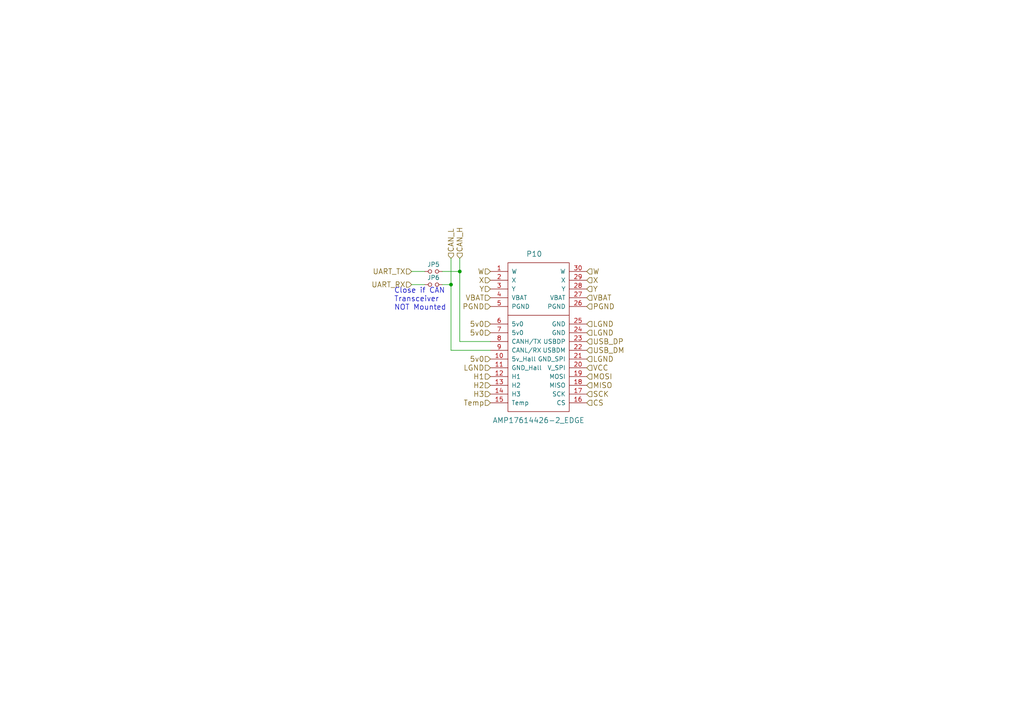
<source format=kicad_sch>
(kicad_sch (version 20230121) (generator eeschema)
  (paper "A4")
  (title_block (title "VESC-R Motor Driver") (date "2017-04-19") (rev "4.13") (company "University of Saskatchewan Space Design Team"))
  (lib_symbols
    (symbol "VESC-R-rescue:AMP17614426-2_EDGE" (pin_names (offset 1.016))
      (property "Reference" "P" (at 0 11.43 0))
      (property "Value" "AMP17614426-2_EDGE" (at 1.27 -36.83 0))
      (symbol "AMP17614426-2_EDGE_0_1"
        (rectangle (start -7.62 8.89) (end 10.16 -34.29))
        (polyline (pts (xy 10.16 -6.35) (xy -7.62 -6.35)))
      )
      (symbol "AMP17614426-2_EDGE_1_1"
        (pin input line (at -12.7 6.35 0) (length 5.08) (name "W") (number "1"))
        (pin input line (at -12.7 -19.05 0) (length 5.08) (name "5v_Hall") (number "10"))
        (pin input line (at -12.7 -21.59 0) (length 5.08) (name "GND_Hall") (number "11"))
        (pin input line (at -12.7 -24.13 0) (length 5.08) (name "H1") (number "12"))
        (pin input line (at -12.7 -26.67 0) (length 5.08) (name "H2") (number "13"))
        (pin input line (at -12.7 -29.21 0) (length 5.08) (name "H3") (number "14"))
        (pin input line (at -12.7 -31.75 0) (length 5.08) (name "Temp") (number "15"))
        (pin input line (at 15.24 -31.75 180) (length 5.08) (name "CS") (number "16"))
        (pin input line (at 15.24 -29.21 180) (length 5.08) (name "SCK") (number "17"))
        (pin input line (at 15.24 -26.67 180) (length 5.08) (name "MISO") (number "18"))
        (pin input line (at 15.24 -24.13 180) (length 5.08) (name "MOSI") (number "19"))
        (pin input line (at -12.7 3.81 0) (length 5.08) (name "X") (number "2"))
        (pin input line (at 15.24 -21.59 180) (length 5.08) (name "V_SPI") (number "20"))
        (pin input line (at 15.24 -19.05 180) (length 5.08) (name "GND_SPI") (number "21"))
        (pin input line (at 15.24 -16.51 180) (length 5.08) (name "USBDM") (number "22"))
        (pin input line (at 15.24 -13.97 180) (length 5.08) (name "USBDP") (number "23"))
        (pin input line (at 15.24 -11.43 180) (length 5.08) (name "GND") (number "24"))
        (pin input line (at 15.24 -8.89 180) (length 5.08) (name "GND") (number "25"))
        (pin input line (at 15.24 -3.81 180) (length 5.08) (name "PGND") (number "26"))
        (pin input line (at 15.24 -1.27 180) (length 5.08) (name "VBAT") (number "27"))
        (pin input line (at 15.24 1.27 180) (length 5.08) (name "Y") (number "28"))
        (pin input line (at 15.24 3.81 180) (length 5.08) (name "X") (number "29"))
        (pin input line (at -12.7 1.27 0) (length 5.08) (name "Y") (number "3"))
        (pin input line (at 15.24 6.35 180) (length 5.08) (name "W") (number "30"))
        (pin input line (at -12.7 -1.27 0) (length 5.08) (name "VBAT") (number "4"))
        (pin input line (at -12.7 -3.81 0) (length 5.08) (name "PGND") (number "5"))
        (pin input line (at -12.7 -8.89 0) (length 5.08) (name "5v0") (number "6"))
        (pin input line (at -12.7 -11.43 0) (length 5.08) (name "5v0") (number "7"))
        (pin input line (at -12.7 -13.97 0) (length 5.08) (name "CANH/TX") (number "8"))
        (pin input line (at -12.7 -16.51 0) (length 5.08) (name "CANL/RX") (number "9"))
      )
    )
    (symbol "VESC-R-rescue:Jumper_NO_Small" (pin_numbers hide) (pin_names (offset 0.762) hide)
      (property "Reference" "JP" (at 0 2.032 0))
      (symbol "Jumper_NO_Small_0_1"
        (circle (center -1.016 0) (radius 0.508))
        (circle (center 1.016 0) (radius 0.508))
        (pin passive line (at -2.54 0 0) (length 1.016) (name "1") (number "1"))
        (pin passive line (at 2.54 0 180) (length 1.016) (name "2") (number "2"))
      )
    )
  )
  (junction (at 130.81 82.55))
  (junction (at 133.35 78.74))
  (wire (pts (xy 130.81 82.55) (xy 128.27 82.55)))
  (wire (pts (xy 133.35 78.74) (xy 133.35 99.06)))
  (wire (pts (xy 128.27 78.74) (xy 133.35 78.74)))
  (wire (pts (xy 123.19 78.74) (xy 119.38 78.74)))
  (wire (pts (xy 133.35 74.93) (xy 133.35 78.74)))
  (wire (pts (xy 130.81 82.55) (xy 130.81 101.6)))
  (wire (pts (xy 123.19 82.55) (xy 119.38 82.55)))
  (wire (pts (xy 130.81 74.93) (xy 130.81 82.55)))
  (wire (pts (xy 130.81 101.6) (xy 142.24 101.6)))
  (wire (pts (xy 133.35 99.06) (xy 142.24 99.06)))
  (text "Close if CAN\nTransceiver\nNOT Mounted" (at 114.3 90.17 0) (effects (font (size 1.524 1.524)) (justify left bottom)))
  (hierarchical_label "H1" (shape input) (at 142.24 109.22 180) (effects (font (size 1.524 1.524))))
  (hierarchical_label "Y" (shape input) (at 170.18 83.82 0) (effects (font (size 1.524 1.524))))
  (hierarchical_label "LGND" (shape input) (at 170.18 96.52 0) (effects (font (size 1.524 1.524))))
  (hierarchical_label "VCC" (shape input) (at 170.18 106.68 0) (effects (font (size 1.524 1.524))))
  (hierarchical_label "MOSI" (shape input) (at 170.18 109.22 0) (effects (font (size 1.524 1.524))))
  (hierarchical_label "LGND" (shape input) (at 170.18 104.14 0) (effects (font (size 1.524 1.524))))
  (hierarchical_label "MISO" (shape input) (at 170.18 111.76 0) (effects (font (size 1.524 1.524))))
  (hierarchical_label "PGND" (shape input) (at 142.24 88.9 180) (effects (font (size 1.524 1.524))))
  (hierarchical_label "UART_RX" (shape input) (at 119.38 82.55 180) (effects (font (size 1.524 1.524))))
  (hierarchical_label "W" (shape input) (at 170.18 78.74 0) (effects (font (size 1.524 1.524))))
  (hierarchical_label "CAN_L" (shape input) (at 130.81 74.93 90) (effects (font (size 1.524 1.524))))
  (hierarchical_label "Temp" (shape input) (at 142.24 116.84 180) (effects (font (size 1.524 1.524))))
  (hierarchical_label "5v0" (shape input) (at 142.24 104.14 180) (effects (font (size 1.524 1.524))))
  (hierarchical_label "USB_DM" (shape input) (at 170.18 101.6 0) (effects (font (size 1.524 1.524))))
  (hierarchical_label "VBAT" (shape input) (at 170.18 86.36 0) (effects (font (size 1.524 1.524))))
  (hierarchical_label "CS" (shape input) (at 170.18 116.84 0) (effects (font (size 1.524 1.524))))
  (hierarchical_label "CAN_H" (shape input) (at 133.35 74.93 90) (effects (font (size 1.524 1.524))))
  (hierarchical_label "H2" (shape input) (at 142.24 111.76 180) (effects (font (size 1.524 1.524))))
  (hierarchical_label "LGND" (shape input) (at 170.18 93.98 0) (effects (font (size 1.524 1.524))))
  (hierarchical_label "Y" (shape input) (at 142.24 83.82 180) (effects (font (size 1.524 1.524))))
  (hierarchical_label "X" (shape input) (at 170.18 81.28 0) (effects (font (size 1.524 1.524))))
  (hierarchical_label "W" (shape input) (at 142.24 78.74 180) (effects (font (size 1.524 1.524))))
  (hierarchical_label "H3" (shape input) (at 142.24 114.3 180) (effects (font (size 1.524 1.524))))
  (hierarchical_label "5v0" (shape input) (at 142.24 96.52 180) (effects (font (size 1.524 1.524))))
  (hierarchical_label "VBAT" (shape input) (at 142.24 86.36 180) (effects (font (size 1.524 1.524))))
  (hierarchical_label "UART_TX" (shape input) (at 119.38 78.74 180) (effects (font (size 1.524 1.524))))
  (hierarchical_label "SCK" (shape input) (at 170.18 114.3 0) (effects (font (size 1.524 1.524))))
  (hierarchical_label "5v0" (shape input) (at 142.24 93.98 180) (effects (font (size 1.524 1.524))))
  (hierarchical_label "X" (shape input) (at 142.24 81.28 180) (effects (font (size 1.524 1.524))))
  (hierarchical_label "USB_DP" (shape input) (at 170.18 99.06 0) (effects (font (size 1.524 1.524))))
  (hierarchical_label "LGND" (shape input) (at 142.24 106.68 180) (effects (font (size 1.524 1.524))))
  (hierarchical_label "PGND" (shape input) (at 170.18 88.9 0) (effects (font (size 1.524 1.524))))
  (symbol (lib_id "VESC-R-rescue:Jumper_NO_Small") (at 125.73 82.55 0) (unit 1)
    (property "Reference" "JP6" (at 125.73 80.518 0))
    (property "Value" "Jumper_NC_Small" (effects hide))
    (property "Footprint" "USST-footprints:J_0603" (effects hide))
  )
  (symbol (lib_id "VESC-R-rescue:Jumper_NO_Small") (at 125.73 78.74 0) (unit 1)
    (property "Reference" "JP5" (at 125.73 76.708 0))
    (property "Value" "Jumper_NC_Small" (effects hide))
    (property "Footprint" "USST-footprints:J_0603" (effects hide))
  )
  (symbol (lib_id "VESC-R-rescue:AMP17614426-2_EDGE") (at 154.94 85.09 0) (unit 1)
    (property "Reference" "P10" (at 154.94 73.66 0) (effects (font (size 1.524 1.524))))
    (property "Value" "AMP17614426-2_EDGE" (at 156.21 121.92 0) (effects (font (size 1.524 1.524))))
    (property "Footprint" "USST-footprints:TE2007088-1_Edge_Long" (effects hide))
  )
)
</source>
